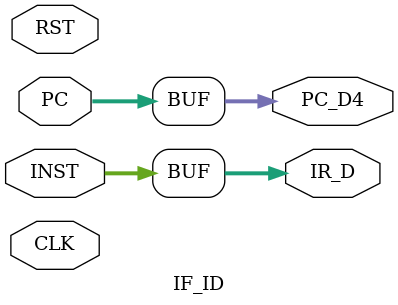
<source format=v>
module IF_ID(INST, PC, IR_D, PC_D4, CLK, RST);

    input CLK;
    input RST;
    input [31:0] INST;
    input [31:0] PC;
    output reg [31:0] IR_D;
    output reg [31:0] PC_D4;

always @(*) begin
     IR_D <= INST;
     PC_D4 <= PC;
end



endmodule
</source>
